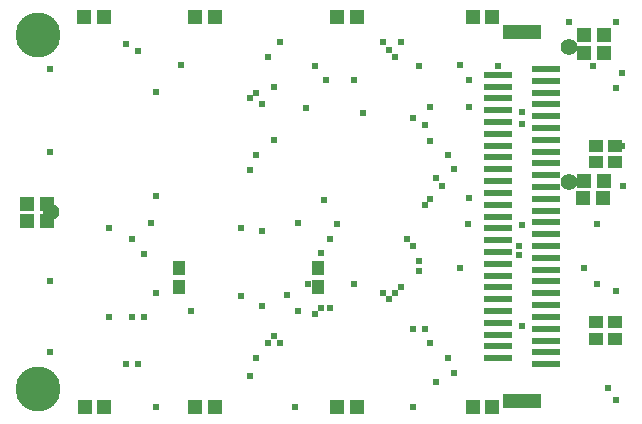
<source format=gbs>
%FSLAX44Y44*%
%MOMM*%
G71*
G01*
G75*
G04 Layer_Color=16711935*
%ADD10O,2.0320X0.6096*%
%ADD11C,0.2000*%
%ADD12C,0.2032*%
%ADD13C,0.8000*%
%ADD14C,1.0000*%
%ADD15C,3.6000*%
%ADD16C,0.4000*%
%ADD17C,1.2000*%
%ADD18C,1.0160*%
%ADD19C,1.1000*%
%ADD20C,1.4000*%
%ADD21C,1.5000*%
%ADD22R,0.9398X1.0160*%
%ADD23R,0.9400X1.0160*%
%ADD24R,2.2000X0.3600*%
%ADD25R,3.0000X1.0000*%
%ADD26R,0.9652X0.8890*%
%ADD27R,0.8890X0.9652*%
%ADD28C,0.4000*%
%ADD29C,0.1500*%
%ADD30C,0.2540*%
%ADD31C,0.3000*%
%ADD32O,2.2352X0.8128*%
%ADD33C,3.8032*%
%ADD34C,0.6032*%
%ADD35C,1.4032*%
%ADD36R,1.1430X1.2192*%
%ADD37R,1.1432X1.2192*%
%ADD38R,2.4032X0.5632*%
%ADD39R,3.2032X1.2032*%
%ADD40R,1.1684X1.0922*%
%ADD41R,1.0922X1.1684*%
D33*
X-430000Y29000D02*
D03*
Y-271000D02*
D03*
D34*
X-40000Y2500D02*
D03*
X-82500Y-73000D02*
D03*
X-77500Y-85000D02*
D03*
X-87500Y-98750D02*
D03*
X-92500Y-92500D02*
D03*
X-22500Y-150250D02*
D03*
X0Y-160000D02*
D03*
X-22500Y-157500D02*
D03*
X-122500Y-185000D02*
D03*
X-127500Y-190000D02*
D03*
X-132500Y-195000D02*
D03*
X-112500Y-150000D02*
D03*
X-137500Y-190000D02*
D03*
X-112500Y-220000D02*
D03*
X-117500Y-143750D02*
D03*
X-122500Y22500D02*
D03*
X-127500Y10000D02*
D03*
X-132500Y15750D02*
D03*
X-137500Y22500D02*
D03*
X-97500Y-61250D02*
D03*
X-102500Y-47500D02*
D03*
Y-220000D02*
D03*
X-97500Y-232500D02*
D03*
Y-110000D02*
D03*
X-102500Y-115000D02*
D03*
X-82500Y-245000D02*
D03*
X-77500Y-257500D02*
D03*
X-92500Y-265000D02*
D03*
X-182500Y-202500D02*
D03*
Y-143750D02*
D03*
X-190000Y-202500D02*
D03*
Y-156250D02*
D03*
X-225000Y-232500D02*
D03*
Y22500D02*
D03*
X-235000Y-232500D02*
D03*
Y10000D02*
D03*
X-340000Y-210000D02*
D03*
Y-156500D02*
D03*
X-350000Y-210000D02*
D03*
Y-143750D02*
D03*
X-345000Y-250000D02*
D03*
X-355000D02*
D03*
Y21250D02*
D03*
X-345000Y15500D02*
D03*
X-230000Y-15000D02*
D03*
Y-226250D02*
D03*
Y-60500D02*
D03*
X-112500Y-41250D02*
D03*
X-240000Y-137500D02*
D03*
Y-30000D02*
D03*
Y-201000D02*
D03*
X-107500Y-162750D02*
D03*
Y2750D02*
D03*
X-195000Y-169000D02*
D03*
Y2250D02*
D03*
Y-207500D02*
D03*
X32500Y-169000D02*
D03*
X40000Y2250D02*
D03*
X-245000Y-20000D02*
D03*
Y-245000D02*
D03*
Y-73250D02*
D03*
X-250000Y-25000D02*
D03*
Y-260000D02*
D03*
X-72500Y-168750D02*
D03*
Y3000D02*
D03*
X60000Y-188250D02*
D03*
Y-16000D02*
D03*
Y-79750D02*
D03*
X65000Y-3500D02*
D03*
Y-65000D02*
D03*
X-162500Y-181750D02*
D03*
Y-9750D02*
D03*
X60000Y-212750D02*
D03*
Y-227500D02*
D03*
X-308750Y-168750D02*
D03*
Y3000D02*
D03*
X-250000Y-86000D02*
D03*
X52500Y-270000D02*
D03*
X65500Y-98750D02*
D03*
X-42500Y-283400D02*
D03*
X-160000D02*
D03*
X-277500D02*
D03*
X-390500Y-283250D02*
D03*
X-389000Y41500D02*
D03*
X-277500Y41000D02*
D03*
X-160000D02*
D03*
X-42500D02*
D03*
X-330000Y-107500D02*
D03*
X-97500Y-32500D02*
D03*
X-155000Y-37250D02*
D03*
X60000Y-280000D02*
D03*
X43860Y-181800D02*
D03*
Y-131000D02*
D03*
X-20000Y-132500D02*
D03*
Y-36250D02*
D03*
Y-46250D02*
D03*
X0Y-40000D02*
D03*
X-40000Y-35000D02*
D03*
X-65000Y-32500D02*
D03*
X60000Y40000D02*
D03*
X20000D02*
D03*
X-420000Y0D02*
D03*
Y-70000D02*
D03*
Y-180000D02*
D03*
Y-240000D02*
D03*
X-330000Y-190000D02*
D03*
Y-286250D02*
D03*
X-212500D02*
D03*
X-112500D02*
D03*
X-20000Y-217500D02*
D03*
X-300000Y-205000D02*
D03*
X-370000Y-210000D02*
D03*
X-210000Y-205000D02*
D03*
X-219000Y-191250D02*
D03*
X-257500Y-192500D02*
D03*
X-107500Y-170750D02*
D03*
X-65000Y-109250D02*
D03*
X-210000Y-130750D02*
D03*
X-176250Y-131000D02*
D03*
X-257500Y-135000D02*
D03*
X-333750Y-130750D02*
D03*
X-370000Y-135000D02*
D03*
X-187500Y-111250D02*
D03*
X-186250Y-9000D02*
D03*
X-330000Y-19750D02*
D03*
X-202500Y-33500D02*
D03*
X-65000Y-9000D02*
D03*
X-66000Y-131000D02*
D03*
X-201500Y-181750D02*
D03*
X-439005Y-114000D02*
D03*
D35*
X20000Y-95750D02*
D03*
Y18750D02*
D03*
X-419000Y-121250D02*
D03*
D36*
X-61505Y44000D02*
D03*
X-176505D02*
D03*
X-296505D02*
D03*
X-373995D02*
D03*
X-61505Y-286000D02*
D03*
X-176505D02*
D03*
X-296505D02*
D03*
X-373495D02*
D03*
X-439005Y-114000D02*
D03*
Y-128500D02*
D03*
X49005Y28500D02*
D03*
Y13500D02*
D03*
X48505Y-109000D02*
D03*
X49005Y-94500D02*
D03*
D37*
X-45000Y44000D02*
D03*
X-160000D02*
D03*
X-280000D02*
D03*
X-390500D02*
D03*
X-45000Y-286000D02*
D03*
X-160000D02*
D03*
X-280000D02*
D03*
X-390000D02*
D03*
X-422500Y-114000D02*
D03*
Y-128500D02*
D03*
X32500Y28500D02*
D03*
Y13500D02*
D03*
X32000Y-109000D02*
D03*
X32500Y-94500D02*
D03*
D38*
X0Y-160000D02*
D03*
Y-170000D02*
D03*
Y-180000D02*
D03*
Y-190000D02*
D03*
Y-200000D02*
D03*
Y-150000D02*
D03*
Y-140000D02*
D03*
Y-130000D02*
D03*
Y-120000D02*
D03*
Y-110000D02*
D03*
Y-100000D02*
D03*
Y-90000D02*
D03*
Y-80000D02*
D03*
Y-70000D02*
D03*
Y-60000D02*
D03*
Y-50000D02*
D03*
Y-40000D02*
D03*
Y-30000D02*
D03*
Y-20000D02*
D03*
Y-10000D02*
D03*
Y0D02*
D03*
Y-210000D02*
D03*
Y-220000D02*
D03*
Y-230000D02*
D03*
Y-240000D02*
D03*
Y-250000D02*
D03*
X-40000Y-105000D02*
D03*
Y-115000D02*
D03*
Y-125000D02*
D03*
Y-135000D02*
D03*
Y-145000D02*
D03*
Y-155000D02*
D03*
Y-165000D02*
D03*
Y-175000D02*
D03*
Y-185000D02*
D03*
Y-195000D02*
D03*
Y-245000D02*
D03*
Y-235000D02*
D03*
Y-225000D02*
D03*
Y-215000D02*
D03*
Y-205000D02*
D03*
Y-95000D02*
D03*
Y-85000D02*
D03*
Y-75000D02*
D03*
Y-65000D02*
D03*
Y-55000D02*
D03*
Y-45000D02*
D03*
Y-35000D02*
D03*
Y-25000D02*
D03*
Y-15000D02*
D03*
Y-5000D02*
D03*
D39*
X-20000Y31000D02*
D03*
Y-281000D02*
D03*
D40*
X59010Y-65000D02*
D03*
X42500D02*
D03*
X59010Y-228500D02*
D03*
X42500D02*
D03*
X59010Y-79000D02*
D03*
X42500D02*
D03*
X59010Y-214500D02*
D03*
X42500D02*
D03*
D41*
X-192500Y-168490D02*
D03*
Y-185000D02*
D03*
X-310000Y-168490D02*
D03*
Y-185000D02*
D03*
M02*

</source>
